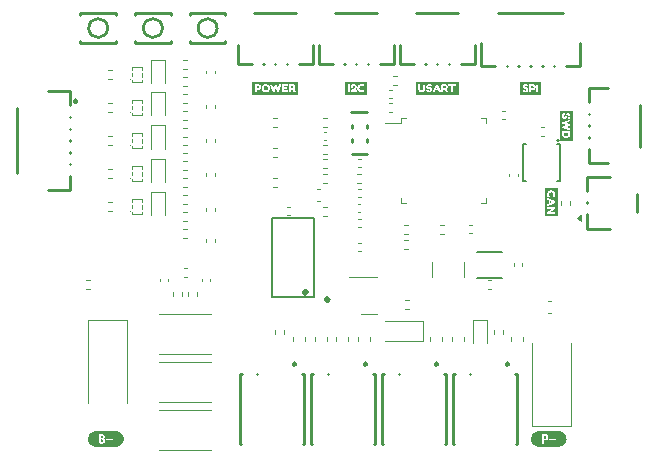
<source format=gbr>
%TF.GenerationSoftware,KiCad,Pcbnew,8.0.3-8.0.3-0~ubuntu24.04.1*%
%TF.CreationDate,2024-07-11T14:27:15+08:00*%
%TF.ProjectId,CawBMS,43617742-4d53-42e6-9b69-6361645f7063,rev?*%
%TF.SameCoordinates,Original*%
%TF.FileFunction,Legend,Top*%
%TF.FilePolarity,Positive*%
%FSLAX46Y46*%
G04 Gerber Fmt 4.6, Leading zero omitted, Abs format (unit mm)*
G04 Created by KiCad (PCBNEW 8.0.3-8.0.3-0~ubuntu24.04.1) date 2024-07-11 14:27:15*
%MOMM*%
%LPD*%
G01*
G04 APERTURE LIST*
%ADD10C,0.000000*%
%ADD11C,0.254000*%
%ADD12C,0.120000*%
%ADD13C,0.102000*%
%ADD14C,0.100000*%
%ADD15C,0.152000*%
%ADD16C,0.150000*%
%ADD17C,0.300000*%
G04 APERTURE END LIST*
D10*
%TO.C,kibuzzard-658FE679*%
G36*
X130954780Y-98645504D02*
G01*
X130982402Y-98708845D01*
X130954780Y-98771710D01*
X130898582Y-98792665D01*
X130778567Y-98792665D01*
X130778567Y-98624072D01*
X130897630Y-98624072D01*
X130954780Y-98645504D01*
G37*
G36*
X133855142Y-98645504D02*
G01*
X133882765Y-98708845D01*
X133855142Y-98771710D01*
X133799897Y-98792665D01*
X133677977Y-98792665D01*
X133677977Y-98624072D01*
X133797992Y-98624072D01*
X133855142Y-98645504D01*
G37*
G36*
X131606885Y-98628597D02*
G01*
X131664869Y-98667887D01*
X131695296Y-98706622D01*
X131713552Y-98752977D01*
X131719637Y-98806952D01*
X131713605Y-98860822D01*
X131695507Y-98906859D01*
X131665345Y-98945065D01*
X131607719Y-98983641D01*
X131543425Y-98996500D01*
X131479012Y-98983284D01*
X131421029Y-98943636D01*
X131390602Y-98904848D01*
X131372345Y-98858970D01*
X131366260Y-98806000D01*
X131372292Y-98753030D01*
X131390390Y-98707152D01*
X131420552Y-98668364D01*
X131478179Y-98628716D01*
X131542472Y-98615500D01*
X131606885Y-98628597D01*
G37*
G36*
X134256463Y-99363530D02*
G01*
X134058025Y-99363530D01*
X133949916Y-99363530D01*
X133362700Y-99363530D01*
X132574506Y-99363530D01*
X131545330Y-99363530D01*
X130693795Y-99363530D01*
X130609975Y-99363530D01*
X130411537Y-99363530D01*
X130411537Y-98539300D01*
X130609975Y-98539300D01*
X130609975Y-99067938D01*
X130615690Y-99117468D01*
X130640931Y-99143899D01*
X130693795Y-99152710D01*
X130742849Y-99146281D01*
X130768090Y-99126992D01*
X130777139Y-99101751D01*
X130778567Y-99068890D01*
X130778567Y-98961258D01*
X130897630Y-98961258D01*
X130953510Y-98954484D01*
X131008120Y-98934164D01*
X131061460Y-98900297D01*
X131096941Y-98865650D01*
X131125277Y-98820764D01*
X131128783Y-98810762D01*
X131197667Y-98810762D01*
X131204008Y-98880652D01*
X131223028Y-98945541D01*
X131254728Y-99005430D01*
X131299109Y-99060317D01*
X131352538Y-99106157D01*
X131411385Y-99138899D01*
X131475649Y-99158544D01*
X131545330Y-99165093D01*
X131614862Y-99158455D01*
X131678680Y-99138542D01*
X131736782Y-99105353D01*
X131789170Y-99058889D01*
X131832509Y-99002989D01*
X131863465Y-98941493D01*
X131882039Y-98874401D01*
X131888230Y-98801714D01*
X131881741Y-98729294D01*
X131862274Y-98663006D01*
X131829830Y-98602850D01*
X131784407Y-98548825D01*
X131749652Y-98520250D01*
X131926330Y-98520250D01*
X131936807Y-98566922D01*
X132120640Y-99095560D01*
X132127307Y-99109848D01*
X132153501Y-99138423D01*
X132203507Y-99152710D01*
X132255895Y-99130803D01*
X132271135Y-99111753D01*
X132279707Y-99095560D01*
X132284622Y-99081006D01*
X132297843Y-99041915D01*
X132319370Y-98978288D01*
X132349202Y-98890125D01*
X132387340Y-98777425D01*
X132498782Y-99106038D01*
X132525929Y-99136994D01*
X132574506Y-99152710D01*
X132623084Y-99136994D01*
X132648325Y-99111753D01*
X132654992Y-99095560D01*
X132837872Y-98566922D01*
X132844637Y-98539300D01*
X132901690Y-98539300D01*
X132901690Y-99068890D01*
X132907405Y-99117468D01*
X132932646Y-99144614D01*
X132985510Y-99153663D01*
X133362700Y-99153663D01*
X133412230Y-99147948D01*
X133438662Y-99122706D01*
X133447472Y-99069842D01*
X133441043Y-99020789D01*
X133421755Y-98995547D01*
X133396514Y-98986499D01*
X133363652Y-98985070D01*
X133070282Y-98985070D01*
X133070282Y-98888867D01*
X133256973Y-98888867D01*
X133306502Y-98883153D01*
X133333649Y-98857911D01*
X133342697Y-98805047D01*
X133336268Y-98755994D01*
X133316980Y-98730752D01*
X133291739Y-98721704D01*
X133258878Y-98720275D01*
X133070282Y-98720275D01*
X133070282Y-98624072D01*
X133362700Y-98624072D01*
X133412230Y-98618357D01*
X133438662Y-98593116D01*
X133447472Y-98540253D01*
X133447347Y-98539300D01*
X133509385Y-98539300D01*
X133509385Y-99067938D01*
X133515100Y-99117468D01*
X133540341Y-99143899D01*
X133593205Y-99152710D01*
X133642259Y-99146281D01*
X133667500Y-99126992D01*
X133676549Y-99101751D01*
X133677977Y-99068890D01*
X133677977Y-98961258D01*
X133797992Y-98961258D01*
X133827520Y-98959352D01*
X133864562Y-99047088D01*
X133889327Y-99104556D01*
X133901815Y-99131755D01*
X133919436Y-99150329D01*
X133949916Y-99159377D01*
X133998970Y-99146042D01*
X134043261Y-99118420D01*
X134058025Y-99085082D01*
X134043737Y-99035553D01*
X134017067Y-98974910D01*
X133995477Y-98925062D01*
X133978967Y-98886010D01*
X134018655Y-98835422D01*
X134042467Y-98776367D01*
X134050405Y-98708845D01*
X134044214Y-98649790D01*
X134025640Y-98596450D01*
X133997541Y-98551206D01*
X133962775Y-98516440D01*
X133909541Y-98482573D01*
X133855248Y-98462253D01*
X133799897Y-98455480D01*
X133594157Y-98455480D01*
X133545104Y-98461909D01*
X133519862Y-98481197D01*
X133510814Y-98506439D01*
X133509385Y-98539300D01*
X133447347Y-98539300D01*
X133441043Y-98491199D01*
X133421755Y-98465958D01*
X133396514Y-98456909D01*
X133363652Y-98455480D01*
X132988367Y-98455480D01*
X132919787Y-98473101D01*
X132901690Y-98539300D01*
X132844637Y-98539300D01*
X132849302Y-98520250D01*
X132833348Y-98485960D01*
X132785485Y-98459290D01*
X132740717Y-98449765D01*
X132708809Y-98459766D01*
X132691188Y-98480245D01*
X132678805Y-98512630D01*
X132574030Y-98832670D01*
X132464492Y-98502152D01*
X132437822Y-98471196D01*
X132392579Y-98455480D01*
X132353050Y-98462147D01*
X132323284Y-98483579D01*
X132304472Y-98517392D01*
X132200650Y-98830765D01*
X132095875Y-98512630D01*
X132074444Y-98465958D01*
X132040154Y-98450717D01*
X131990147Y-98460242D01*
X131942284Y-98486198D01*
X131926330Y-98520250D01*
X131749652Y-98520250D01*
X131730175Y-98504236D01*
X131671298Y-98472387D01*
X131607778Y-98453277D01*
X131539615Y-98446907D01*
X131474845Y-98453575D01*
X131411980Y-98473577D01*
X131353639Y-98505248D01*
X131302442Y-98546920D01*
X131259580Y-98599188D01*
X131226242Y-98662649D01*
X131204811Y-98734205D01*
X131197667Y-98810762D01*
X131128783Y-98810762D01*
X131143851Y-98767781D01*
X131150042Y-98708845D01*
X131143851Y-98649790D01*
X131125277Y-98596450D01*
X131096941Y-98551206D01*
X131061460Y-98516440D01*
X131008226Y-98482573D01*
X130953933Y-98462253D01*
X130898582Y-98455480D01*
X130694747Y-98455480D01*
X130645694Y-98461909D01*
X130620452Y-98481197D01*
X130611404Y-98506439D01*
X130609975Y-98539300D01*
X130411537Y-98539300D01*
X130411537Y-98248470D01*
X130609975Y-98248470D01*
X134058025Y-98248470D01*
X134256463Y-98248470D01*
X134256463Y-99363530D01*
G37*
D11*
%TO.C,Q6*%
X129388000Y-128981000D02*
X129388000Y-122987000D01*
X129449000Y-128981000D02*
X129388000Y-128981000D01*
X129569000Y-122987000D02*
X129388000Y-122987000D01*
X130839000Y-122987000D02*
X130781000Y-122987000D01*
X134772000Y-122987000D02*
X134591000Y-122987000D01*
X134772000Y-122987000D02*
X134772000Y-128981000D01*
X134772000Y-128981000D02*
X134711000Y-128981000D01*
X134102000Y-122184000D02*
G75*
G02*
X133858000Y-122184000I-122000J0D01*
G01*
X133858000Y-122184000D02*
G75*
G02*
X134102000Y-122184000I122000J0D01*
G01*
D12*
%TO.C,D12*%
X149063176Y-120386000D02*
X149063176Y-118426000D01*
X150263176Y-118426000D02*
X149063176Y-118426000D01*
X150263176Y-120386000D02*
X150263176Y-118426000D01*
%TO.C,C3*%
X151522165Y-100732000D02*
X151753835Y-100732000D01*
X151522165Y-101452000D02*
X151753835Y-101452000D01*
%TO.C,R21*%
X124516879Y-102158444D02*
X124852121Y-102158444D01*
X124516879Y-102918444D02*
X124852121Y-102918444D01*
%TO.C,R34*%
X122534936Y-126052000D02*
X126889064Y-126052000D01*
X122534936Y-129472000D02*
X126889064Y-129472000D01*
D11*
%TO.C,CN1*%
X129159000Y-96727000D02*
X129159000Y-95158000D01*
X130353000Y-96727000D02*
X129159000Y-96727000D01*
X131315000Y-96727000D02*
X131353000Y-96727000D01*
X132315000Y-96727000D02*
X132353000Y-96727000D01*
X133315000Y-96727000D02*
X133353000Y-96727000D01*
X134103000Y-92427000D02*
X130565000Y-92427000D01*
X134315000Y-96727000D02*
X135509000Y-96727000D01*
X135509000Y-96727000D02*
X135509000Y-95158000D01*
D12*
%TO.C,R27*%
X124516879Y-110745000D02*
X124852121Y-110745000D01*
X124516879Y-111505000D02*
X124852121Y-111505000D01*
%TO.C,C10*%
X126513000Y-100233665D02*
X126513000Y-100465335D01*
X127233000Y-100233665D02*
X127233000Y-100465335D01*
D11*
%TO.C,Q8*%
X141410666Y-128981000D02*
X141410666Y-122987000D01*
X141471666Y-128981000D02*
X141410666Y-128981000D01*
X141591666Y-122987000D02*
X141410666Y-122987000D01*
X142861666Y-122987000D02*
X142803666Y-122987000D01*
X146794666Y-122987000D02*
X146613666Y-122987000D01*
X146794666Y-122987000D02*
X146794666Y-128981000D01*
X146794666Y-128981000D02*
X146733666Y-128981000D01*
X146124666Y-122184000D02*
G75*
G02*
X145880666Y-122184000I-122000J0D01*
G01*
X145880666Y-122184000D02*
G75*
G02*
X146124666Y-122184000I122000J0D01*
G01*
D12*
%TO.C,R24*%
X124516879Y-106433777D02*
X124852121Y-106433777D01*
X124516879Y-107193777D02*
X124852121Y-107193777D01*
D11*
%TO.C,SW1*%
X120483500Y-92476000D02*
X123483500Y-92476000D01*
X120483500Y-92644800D02*
X120483500Y-92476000D01*
X120483500Y-94976000D02*
X120483500Y-94807100D01*
X123483500Y-92476000D02*
X120483500Y-92476000D01*
X123483500Y-92476000D02*
X123483500Y-92639100D01*
X123483500Y-94807200D02*
X123483500Y-94976000D01*
X123483500Y-94976000D02*
X120483500Y-94976000D01*
X123483500Y-94976000D02*
X120483500Y-94976000D01*
X122783600Y-93726000D02*
G75*
G02*
X121183400Y-93726000I-800100J0D01*
G01*
X121183400Y-93726000D02*
G75*
G02*
X122783600Y-93726000I800100J0D01*
G01*
D12*
%TO.C,D9*%
X116460000Y-118426000D02*
X116460000Y-125436000D01*
X119760000Y-118426000D02*
X116460000Y-118426000D01*
X119760000Y-118426000D02*
X119760000Y-125436000D01*
%TO.C,C26*%
X139378088Y-119894733D02*
X139378088Y-120187267D01*
X140398088Y-119894733D02*
X140398088Y-120187267D01*
%TO.C,R37*%
X116332379Y-115063000D02*
X116667621Y-115063000D01*
X116332379Y-115823000D02*
X116667621Y-115823000D01*
%TO.C,R40*%
X150849448Y-119658621D02*
X150849448Y-119323379D01*
X151609448Y-119658621D02*
X151609448Y-119323379D01*
%TO.C,D4*%
X121798500Y-98363000D02*
X121798500Y-96403000D01*
X122998500Y-96403000D02*
X121798500Y-96403000D01*
X122998500Y-98363000D02*
X122998500Y-96403000D01*
%TO.C,R16*%
X118196379Y-108459000D02*
X118531621Y-108459000D01*
X118196379Y-109219000D02*
X118531621Y-109219000D01*
%TO.C,C23*%
X126132000Y-114946165D02*
X126132000Y-115177835D01*
X126852000Y-114946165D02*
X126852000Y-115177835D01*
%TO.C,L2*%
X145579000Y-114775064D02*
X145579000Y-113570936D01*
X148299000Y-114775064D02*
X148299000Y-113570936D01*
%TO.C,D8*%
X121798500Y-109539000D02*
X121798500Y-107579000D01*
X122998500Y-107579000D02*
X121798500Y-107579000D01*
X122998500Y-109539000D02*
X122998500Y-107579000D01*
%TO.C,L1*%
X139353800Y-108606000D02*
X139554200Y-108606000D01*
X139353800Y-109326000D02*
X139554200Y-109326000D01*
%TO.C,D11*%
X144885000Y-118530000D02*
X141625000Y-118530000D01*
X144885000Y-120230000D02*
X141625000Y-120230000D01*
X144885000Y-120230000D02*
X144885000Y-118530000D01*
%TO.C,C18*%
X139561835Y-111908000D02*
X139330165Y-111908000D01*
X139561835Y-112628000D02*
X139330165Y-112628000D01*
%TO.C,C28*%
X155428733Y-116838000D02*
X155721267Y-116838000D01*
X155428733Y-117858000D02*
X155721267Y-117858000D01*
%TO.C,R12*%
X118196379Y-97283000D02*
X118531621Y-97283000D01*
X118196379Y-98043000D02*
X118531621Y-98043000D01*
%TO.C,R25*%
X124516879Y-107858888D02*
X124852121Y-107858888D01*
X124516879Y-108618888D02*
X124852121Y-108618888D01*
D13*
%TO.C,Q1*%
X120220500Y-97029000D02*
X120220500Y-97286000D01*
X120220500Y-97491000D02*
X120220500Y-97563000D01*
X120220500Y-97491000D02*
X120220500Y-97600000D01*
X120220500Y-97491000D02*
X120220500Y-97763000D01*
X120220500Y-98114000D02*
X120220500Y-98299000D01*
X120220500Y-98299000D02*
X121020500Y-98299000D01*
X121020500Y-97029000D02*
X120220500Y-97029000D01*
X121020500Y-97283000D02*
X121020500Y-97029000D01*
X121020500Y-97542000D02*
X121020500Y-97493000D01*
X121020500Y-97764000D02*
X121020500Y-97493000D01*
X121020500Y-97764000D02*
X121020500Y-97493000D01*
X121020500Y-97764000D02*
X121020500Y-97832000D01*
X121020500Y-98143000D02*
X121020500Y-98299000D01*
D14*
X120162500Y-98044000D02*
G75*
G02*
X120062500Y-98044000I-50000J0D01*
G01*
X120062500Y-98044000D02*
G75*
G02*
X120162500Y-98044000I50000J0D01*
G01*
D12*
%TO.C,R38*%
X136394879Y-101347000D02*
X136730121Y-101347000D01*
X136394879Y-102107000D02*
X136730121Y-102107000D01*
%TO.C,C12*%
X126513000Y-106036665D02*
X126513000Y-106268335D01*
X127233000Y-106036665D02*
X127233000Y-106268335D01*
D11*
%TO.C,CN2*%
X136017000Y-96727000D02*
X136017000Y-95158000D01*
X137211000Y-96727000D02*
X136017000Y-96727000D01*
X138173000Y-96727000D02*
X138211000Y-96727000D01*
X139173000Y-96727000D02*
X139211000Y-96727000D01*
X140173000Y-96727000D02*
X140211000Y-96727000D01*
X140961000Y-92427000D02*
X137423000Y-92427000D01*
X141173000Y-96727000D02*
X142367000Y-96727000D01*
X142367000Y-96727000D02*
X142367000Y-95158000D01*
D12*
%TO.C,C6*%
X139569835Y-107336000D02*
X139338165Y-107336000D01*
X139569835Y-108056000D02*
X139338165Y-108056000D01*
D10*
%TO.C,kibuzzard-6577EBAB*%
G36*
X146076194Y-98866960D02*
G01*
X145949511Y-98866960D01*
X146012376Y-98736468D01*
X146076194Y-98866960D01*
G37*
G36*
X146761041Y-98648361D02*
G01*
X146788664Y-98711703D01*
X146761041Y-98774568D01*
X146705796Y-98795523D01*
X146583876Y-98795523D01*
X146583876Y-98626930D01*
X146703891Y-98626930D01*
X146761041Y-98648361D01*
G37*
G36*
X147858639Y-99366388D02*
G01*
X147660201Y-99366388D01*
X147325874Y-99366388D01*
X146855815Y-99366388D01*
X146256692Y-99366388D01*
X145370391Y-99366388D01*
X144746027Y-99366388D01*
X144439799Y-99366388D01*
X144241361Y-99366388D01*
X144241361Y-98542158D01*
X144439799Y-98542158D01*
X144439799Y-98828860D01*
X144444621Y-98891011D01*
X144459087Y-98949828D01*
X144483197Y-99005311D01*
X144516951Y-99057460D01*
X144559695Y-99102228D01*
X144613630Y-99137470D01*
X144676495Y-99160330D01*
X144746027Y-99167950D01*
X144815679Y-99160449D01*
X144878901Y-99137946D01*
X144933432Y-99103299D01*
X144977009Y-99059365D01*
X145011180Y-99006501D01*
X145012431Y-99003644D01*
X145117026Y-99003644D01*
X145141791Y-99058413D01*
X145150364Y-99068890D01*
X145177986Y-99097942D01*
X145220849Y-99127945D01*
X145285619Y-99155091D01*
X145326814Y-99163307D01*
X145370391Y-99166045D01*
X145427647Y-99160436D01*
X145482575Y-99143609D01*
X145535174Y-99115563D01*
X145567347Y-99087940D01*
X145662809Y-99087940D01*
X145676620Y-99120325D01*
X145718054Y-99148900D01*
X145769012Y-99165093D01*
X145799492Y-99156044D01*
X145816637Y-99138423D01*
X145831401Y-99110800D01*
X145880931Y-99007930D01*
X146144774Y-99007930D01*
X146194304Y-99110800D01*
X146209067Y-99139375D01*
X146226212Y-99157473D01*
X146256692Y-99166045D01*
X146307651Y-99149853D01*
X146349085Y-99120563D01*
X146362896Y-99087940D01*
X146346704Y-99039363D01*
X146106121Y-98542158D01*
X146415284Y-98542158D01*
X146415284Y-99070795D01*
X146420999Y-99120325D01*
X146446240Y-99146757D01*
X146499104Y-99155568D01*
X146548158Y-99149138D01*
X146573399Y-99129850D01*
X146582447Y-99104609D01*
X146583876Y-99071748D01*
X146583876Y-98964115D01*
X146703891Y-98964115D01*
X146733419Y-98962210D01*
X146770460Y-99049946D01*
X146795225Y-99107414D01*
X146807714Y-99134613D01*
X146825335Y-99153187D01*
X146855815Y-99162235D01*
X146904869Y-99148900D01*
X146949160Y-99121278D01*
X146963924Y-99087940D01*
X146949636Y-99038410D01*
X146922966Y-98977768D01*
X146901376Y-98927920D01*
X146884866Y-98888868D01*
X146924554Y-98838279D01*
X146948366Y-98779224D01*
X146956304Y-98711703D01*
X146950112Y-98652648D01*
X146931539Y-98599308D01*
X146903440Y-98554064D01*
X146875341Y-98525965D01*
X146992499Y-98525965D01*
X146997261Y-98565970D01*
X147016311Y-98588354D01*
X147061079Y-98595498D01*
X147243959Y-98595498D01*
X147243959Y-99073653D01*
X147245387Y-99106514D01*
X147253960Y-99131279D01*
X147278725Y-99150805D01*
X147325874Y-99156520D01*
X147373499Y-99150805D01*
X147398740Y-99131279D01*
X147407313Y-99106990D01*
X147408741Y-99074605D01*
X147408741Y-98595498D01*
X147590669Y-98595498D01*
X147639246Y-98586925D01*
X147655439Y-98566446D01*
X147660201Y-98526918D01*
X147655439Y-98486913D01*
X147636389Y-98464529D01*
X147591621Y-98457385D01*
X147062031Y-98457385D01*
X147013454Y-98465958D01*
X146997261Y-98486436D01*
X146992499Y-98525965D01*
X146875341Y-98525965D01*
X146868674Y-98519298D01*
X146815440Y-98485431D01*
X146761147Y-98465111D01*
X146705796Y-98458338D01*
X146500056Y-98458338D01*
X146451002Y-98464767D01*
X146425761Y-98484055D01*
X146416712Y-98509296D01*
X146415284Y-98542158D01*
X146106121Y-98542158D01*
X146089529Y-98507868D01*
X146058096Y-98470720D01*
X146013329Y-98458338D01*
X145968085Y-98471673D01*
X145936176Y-98506915D01*
X145679001Y-99039363D01*
X145662809Y-99087940D01*
X145567347Y-99087940D01*
X145571369Y-99084487D01*
X145599944Y-99042697D01*
X145618517Y-98991857D01*
X145624709Y-98933635D01*
X145618637Y-98876604D01*
X145600420Y-98829336D01*
X145573155Y-98793261D01*
X145539936Y-98769805D01*
X145502074Y-98753970D01*
X145460879Y-98740754D01*
X145419683Y-98730396D01*
X145381821Y-98723133D01*
X145321337Y-98701225D01*
X145297049Y-98658839D01*
X145317527Y-98617881D01*
X145368962Y-98603118D01*
X145419921Y-98615500D01*
X145434685Y-98627883D01*
X145445639Y-98637408D01*
X145495169Y-98656458D01*
X145528982Y-98644552D01*
X145561844Y-98608833D01*
X145584704Y-98556445D01*
X145555176Y-98509773D01*
X145531364Y-98491675D01*
X145466117Y-98461671D01*
X145416468Y-98450599D01*
X145361819Y-98446908D01*
X145295091Y-98453840D01*
X145238417Y-98474636D01*
X145191797Y-98509296D01*
X145157137Y-98553270D01*
X145136341Y-98602006D01*
X145129409Y-98655505D01*
X145135481Y-98712060D01*
X145153697Y-98759804D01*
X145180963Y-98797309D01*
X145214181Y-98823145D01*
X145251805Y-98841838D01*
X145292286Y-98857911D01*
X145332767Y-98870651D01*
X145370391Y-98879343D01*
X145430875Y-98900774D01*
X145455164Y-98937445D01*
X145445321Y-98977662D01*
X145415794Y-99001792D01*
X145366581Y-99009835D01*
X145320861Y-98995071D01*
X145282761Y-98964115D01*
X145240375Y-98928396D01*
X145208466Y-98916490D01*
X145157984Y-98939350D01*
X145127266Y-98975426D01*
X145117026Y-99003644D01*
X145012431Y-99003644D01*
X145035587Y-98950780D01*
X145050232Y-98892201D01*
X145055114Y-98830765D01*
X145055114Y-98543110D01*
X145049399Y-98493580D01*
X145037016Y-98473578D01*
X145012251Y-98462148D01*
X144968912Y-98457385D01*
X144923669Y-98463100D01*
X144896046Y-98484055D01*
X144886521Y-98536443D01*
X144886521Y-98827908D01*
X144877949Y-98891487D01*
X144852231Y-98946970D01*
X144809131Y-98985546D01*
X144748409Y-98998405D01*
X144680781Y-98982213D01*
X144637919Y-98939350D01*
X144616487Y-98885534D01*
X144609344Y-98828860D01*
X144609344Y-98543110D01*
X144597914Y-98483103D01*
X144573149Y-98463100D01*
X144524571Y-98457385D01*
X144475994Y-98463100D01*
X144450276Y-98483103D01*
X144441227Y-98508344D01*
X144439799Y-98542158D01*
X144241361Y-98542158D01*
X144241361Y-98248470D01*
X144439799Y-98248470D01*
X147660201Y-98248470D01*
X147858639Y-98248470D01*
X147858639Y-99366388D01*
G37*
D12*
%TO.C,R28*%
X136730121Y-106046000D02*
X136394879Y-106046000D01*
X136730121Y-106806000D02*
X136394879Y-106806000D01*
%TO.C,R5*%
X143550621Y-111634000D02*
X143215379Y-111634000D01*
X143550621Y-112394000D02*
X143215379Y-112394000D01*
%TO.C,C27*%
X152315720Y-120187267D02*
X152315720Y-119894733D01*
X153335720Y-120187267D02*
X153335720Y-119894733D01*
D11*
%TO.C,Q9*%
X147422000Y-128981000D02*
X147422000Y-122987000D01*
X147483000Y-128981000D02*
X147422000Y-128981000D01*
X147603000Y-122987000D02*
X147422000Y-122987000D01*
X148873000Y-122987000D02*
X148815000Y-122987000D01*
X152806000Y-122987000D02*
X152625000Y-122987000D01*
X152806000Y-122987000D02*
X152806000Y-128981000D01*
X152806000Y-128981000D02*
X152745000Y-128981000D01*
X152136000Y-122184000D02*
G75*
G02*
X151892000Y-122184000I-122000J0D01*
G01*
X151892000Y-122184000D02*
G75*
G02*
X152136000Y-122184000I122000J0D01*
G01*
D13*
%TO.C,Q2*%
X120220500Y-99823000D02*
X120220500Y-100080000D01*
X120220500Y-100285000D02*
X120220500Y-100357000D01*
X120220500Y-100285000D02*
X120220500Y-100394000D01*
X120220500Y-100285000D02*
X120220500Y-100557000D01*
X120220500Y-100908000D02*
X120220500Y-101093000D01*
X120220500Y-101093000D02*
X121020500Y-101093000D01*
X121020500Y-99823000D02*
X120220500Y-99823000D01*
X121020500Y-100077000D02*
X121020500Y-99823000D01*
X121020500Y-100336000D02*
X121020500Y-100287000D01*
X121020500Y-100558000D02*
X121020500Y-100287000D01*
X121020500Y-100558000D02*
X121020500Y-100287000D01*
X121020500Y-100558000D02*
X121020500Y-100626000D01*
X121020500Y-100937000D02*
X121020500Y-101093000D01*
D14*
X120162500Y-100838000D02*
G75*
G02*
X120062500Y-100838000I-50000J0D01*
G01*
X120062500Y-100838000D02*
G75*
G02*
X120162500Y-100838000I50000J0D01*
G01*
D12*
%TO.C,C5*%
X154824165Y-102129000D02*
X155055835Y-102129000D01*
X154824165Y-102849000D02*
X155055835Y-102849000D01*
D11*
%TO.C,SW2*%
X125119000Y-92476000D02*
X128119000Y-92476000D01*
X125119000Y-92476000D02*
X128119000Y-92476000D01*
X125119000Y-92644800D02*
X125119000Y-92476000D01*
X125119000Y-94976000D02*
X125119000Y-94812900D01*
X125119000Y-94976000D02*
X128119000Y-94976000D01*
X128119000Y-92476000D02*
X128119000Y-92644900D01*
X128119000Y-94807200D02*
X128119000Y-94976000D01*
X128119000Y-94976000D02*
X125119000Y-94976000D01*
X127419100Y-93726000D02*
G75*
G02*
X125818900Y-93726000I-800100J0D01*
G01*
X125818900Y-93726000D02*
G75*
G02*
X127419100Y-93726000I800100J0D01*
G01*
D12*
%TO.C,R20*%
X124516879Y-100733333D02*
X124852121Y-100733333D01*
X124516879Y-101493333D02*
X124852121Y-101493333D01*
%TO.C,D10*%
X154052000Y-127401000D02*
X154052000Y-120391000D01*
X154052000Y-127401000D02*
X157352000Y-127401000D01*
X157352000Y-127401000D02*
X157352000Y-120391000D01*
D11*
%TO.C,CN3*%
X149733000Y-96901000D02*
X149733000Y-95030000D01*
X150975000Y-96901000D02*
X149733000Y-96901000D01*
X151187000Y-92456000D02*
X156725000Y-92456000D01*
X151975000Y-96901000D02*
X151937000Y-96901000D01*
X152975000Y-96901000D02*
X152937000Y-96901000D01*
X153975000Y-96901000D02*
X153937000Y-96901000D01*
X154975000Y-96901000D02*
X154937000Y-96901000D01*
X155975000Y-96901000D02*
X155937000Y-96901000D01*
X158179000Y-96901000D02*
X156937000Y-96901000D01*
X158179000Y-96901000D02*
X158179000Y-95030000D01*
D13*
%TO.C,Q5*%
X120220500Y-108205000D02*
X120220500Y-108462000D01*
X120220500Y-108667000D02*
X120220500Y-108739000D01*
X120220500Y-108667000D02*
X120220500Y-108776000D01*
X120220500Y-108667000D02*
X120220500Y-108939000D01*
X120220500Y-109290000D02*
X120220500Y-109475000D01*
X120220500Y-109475000D02*
X121020500Y-109475000D01*
X121020500Y-108205000D02*
X120220500Y-108205000D01*
X121020500Y-108459000D02*
X121020500Y-108205000D01*
X121020500Y-108718000D02*
X121020500Y-108669000D01*
X121020500Y-108940000D02*
X121020500Y-108669000D01*
X121020500Y-108940000D02*
X121020500Y-108669000D01*
X121020500Y-108940000D02*
X121020500Y-109008000D01*
X121020500Y-109319000D02*
X121020500Y-109475000D01*
D14*
X120162500Y-109220000D02*
G75*
G02*
X120062500Y-109220000I-50000J0D01*
G01*
X120062500Y-109220000D02*
G75*
G02*
X120162500Y-109220000I50000J0D01*
G01*
D12*
%TO.C,C11*%
X126513000Y-103135165D02*
X126513000Y-103366835D01*
X127233000Y-103135165D02*
X127233000Y-103366835D01*
%TO.C,D7*%
X121798500Y-106733750D02*
X121798500Y-104773750D01*
X122998500Y-104773750D02*
X121798500Y-104773750D01*
X122998500Y-106733750D02*
X122998500Y-104773750D01*
D13*
%TO.C,Q3*%
X120220500Y-102617000D02*
X120220500Y-102874000D01*
X120220500Y-103079000D02*
X120220500Y-103151000D01*
X120220500Y-103079000D02*
X120220500Y-103188000D01*
X120220500Y-103079000D02*
X120220500Y-103351000D01*
X120220500Y-103702000D02*
X120220500Y-103887000D01*
X120220500Y-103887000D02*
X121020500Y-103887000D01*
X121020500Y-102617000D02*
X120220500Y-102617000D01*
X121020500Y-102871000D02*
X121020500Y-102617000D01*
X121020500Y-103130000D02*
X121020500Y-103081000D01*
X121020500Y-103352000D02*
X121020500Y-103081000D01*
X121020500Y-103352000D02*
X121020500Y-103081000D01*
X121020500Y-103352000D02*
X121020500Y-103420000D01*
X121020500Y-103731000D02*
X121020500Y-103887000D01*
D14*
X120162500Y-103632000D02*
G75*
G02*
X120062500Y-103632000I-50000J0D01*
G01*
X120062500Y-103632000D02*
G75*
G02*
X120162500Y-103632000I50000J0D01*
G01*
D12*
%TO.C,R39*%
X143677621Y-116714000D02*
X143342379Y-116714000D01*
X143677621Y-117474000D02*
X143342379Y-117474000D01*
D11*
%TO.C,U5*%
X158701000Y-109480000D02*
X158701000Y-110700000D01*
X158701000Y-110700000D02*
X160670000Y-110700000D01*
X158750000Y-106300000D02*
X160669000Y-106300000D01*
X158750000Y-106519000D02*
X158750000Y-106481000D01*
X158750000Y-107519000D02*
X158750000Y-106300000D01*
X158750000Y-107519000D02*
X158750000Y-107481000D01*
X158750000Y-108519000D02*
X158750000Y-108481000D01*
X163001000Y-107731000D02*
X163001000Y-109269000D01*
D12*
X158242000Y-110064000D02*
X157861000Y-109810000D01*
X158242000Y-109556000D01*
X158242000Y-110064000D01*
G36*
X158242000Y-110064000D02*
G01*
X157861000Y-109810000D01*
X158242000Y-109556000D01*
X158242000Y-110064000D01*
G37*
D15*
%TO.C,U2*%
X153308000Y-103551000D02*
X153308000Y-106703000D01*
X153308000Y-106703000D02*
X153544000Y-106703000D01*
X153544000Y-103551000D02*
X153308000Y-103551000D01*
X156225000Y-103551000D02*
X156460000Y-103551000D01*
X156460000Y-103551000D02*
X156460000Y-106703000D01*
X156460000Y-106703000D02*
X156225000Y-106703000D01*
D16*
X156356000Y-103222000D02*
G75*
G02*
X156206000Y-103222000I-75000J0D01*
G01*
X156206000Y-103222000D02*
G75*
G02*
X156356000Y-103222000I75000J0D01*
G01*
D12*
%TO.C,R29*%
X136730121Y-104776000D02*
X136394879Y-104776000D01*
X136730121Y-105536000D02*
X136394879Y-105536000D01*
%TO.C,D5*%
X121798500Y-101123250D02*
X121798500Y-99163250D01*
X122998500Y-99163250D02*
X121798500Y-99163250D01*
X122998500Y-101123250D02*
X122998500Y-99163250D01*
%TO.C,R35*%
X124969000Y-116372621D02*
X124969000Y-116037379D01*
X125729000Y-116372621D02*
X125729000Y-116037379D01*
%TO.C,C2*%
X148959835Y-110384000D02*
X148728165Y-110384000D01*
X148959835Y-111104000D02*
X148728165Y-111104000D01*
D13*
%TO.C,Q4*%
X120220500Y-105411000D02*
X120220500Y-105668000D01*
X120220500Y-105873000D02*
X120220500Y-105945000D01*
X120220500Y-105873000D02*
X120220500Y-105982000D01*
X120220500Y-105873000D02*
X120220500Y-106145000D01*
X120220500Y-106496000D02*
X120220500Y-106681000D01*
X120220500Y-106681000D02*
X121020500Y-106681000D01*
X121020500Y-105411000D02*
X120220500Y-105411000D01*
X121020500Y-105665000D02*
X121020500Y-105411000D01*
X121020500Y-105924000D02*
X121020500Y-105875000D01*
X121020500Y-106146000D02*
X121020500Y-105875000D01*
X121020500Y-106146000D02*
X121020500Y-105875000D01*
X121020500Y-106146000D02*
X121020500Y-106214000D01*
X121020500Y-106525000D02*
X121020500Y-106681000D01*
D14*
X120162500Y-106426000D02*
G75*
G02*
X120062500Y-106426000I-50000J0D01*
G01*
X120062500Y-106426000D02*
G75*
G02*
X120162500Y-106426000I50000J0D01*
G01*
D12*
%TO.C,R6*%
X156540000Y-108667621D02*
X156540000Y-108332379D01*
X157300000Y-108667621D02*
X157300000Y-108332379D01*
%TO.C,R19*%
X124516879Y-99308222D02*
X124852121Y-99308222D01*
X124516879Y-100068222D02*
X124852121Y-100068222D01*
D10*
%TO.C,kibuzzard-6577EC0F*%
G36*
X157151546Y-102697280D02*
G01*
X157138568Y-102765027D01*
X157099635Y-102823486D01*
X157041413Y-102863848D01*
X156970571Y-102877303D01*
X156899967Y-102863491D01*
X156842460Y-102822058D01*
X156804241Y-102763479D01*
X156791501Y-102698233D01*
X156791501Y-102605840D01*
X157151546Y-102605840D01*
X157151546Y-102697280D01*
G37*
G36*
X157530006Y-100916105D02*
G01*
X157530006Y-103045895D01*
X157530006Y-103244333D01*
X156413994Y-103244333D01*
X156413994Y-103045895D01*
X156413994Y-102695375D01*
X156413994Y-102521068D01*
X156622909Y-102521068D01*
X156622909Y-102695375D01*
X156629398Y-102765533D01*
X156648864Y-102830273D01*
X156681309Y-102889596D01*
X156726731Y-102943501D01*
X156781232Y-102988299D01*
X156840912Y-103020297D01*
X156905771Y-103039495D01*
X156975810Y-103045895D01*
X157045581Y-103039347D01*
X157109636Y-103019701D01*
X157167977Y-102986959D01*
X157220602Y-102941120D01*
X157264150Y-102886649D01*
X157295255Y-102828011D01*
X157313918Y-102765205D01*
X157320139Y-102698233D01*
X157321091Y-102522020D01*
X157314662Y-102472966D01*
X157295374Y-102447725D01*
X157270609Y-102438676D01*
X157237271Y-102437248D01*
X156707681Y-102437248D01*
X156646721Y-102448677D01*
X156628862Y-102473919D01*
X156622909Y-102521068D01*
X156413994Y-102521068D01*
X156413994Y-102110064D01*
X156413994Y-101739065D01*
X156622909Y-101739065D01*
X156644816Y-101791452D01*
X156663866Y-101806692D01*
X156680059Y-101815265D01*
X156694613Y-101820180D01*
X156733704Y-101833401D01*
X156797331Y-101854927D01*
X156885494Y-101884759D01*
X156998194Y-101922898D01*
X156669581Y-102034340D01*
X156638625Y-102061486D01*
X156622909Y-102110064D01*
X156638625Y-102158641D01*
X156663866Y-102183882D01*
X156680059Y-102190550D01*
X157208696Y-102373430D01*
X157255369Y-102384860D01*
X157289659Y-102368906D01*
X157316329Y-102321042D01*
X157325854Y-102276275D01*
X157315853Y-102244366D01*
X157295374Y-102226745D01*
X157262989Y-102214362D01*
X156942949Y-102109587D01*
X157273466Y-102000050D01*
X157304423Y-101973380D01*
X157320139Y-101928136D01*
X157313471Y-101888607D01*
X157292040Y-101858842D01*
X157258226Y-101840030D01*
X156944854Y-101736208D01*
X157262989Y-101631432D01*
X157309661Y-101610001D01*
X157324901Y-101575711D01*
X157315376Y-101525705D01*
X157289421Y-101477842D01*
X157255369Y-101461887D01*
X157208696Y-101472365D01*
X156680059Y-101656197D01*
X156665771Y-101662865D01*
X156637196Y-101689059D01*
X156622909Y-101739065D01*
X156413994Y-101739065D01*
X156413994Y-101169470D01*
X156612431Y-101169470D01*
X156618040Y-101226726D01*
X156634868Y-101281653D01*
X156662914Y-101334252D01*
X156693989Y-101370447D01*
X156735780Y-101399022D01*
X156786620Y-101417596D01*
X156844841Y-101423787D01*
X156901872Y-101417715D01*
X156949140Y-101399499D01*
X156985216Y-101372233D01*
X157008671Y-101339015D01*
X157024507Y-101301153D01*
X157037723Y-101259957D01*
X157048081Y-101218762D01*
X157055344Y-101180900D01*
X157077251Y-101120416D01*
X157119638Y-101096127D01*
X157160595Y-101116606D01*
X157175359Y-101168041D01*
X157162976Y-101219000D01*
X157150594Y-101233764D01*
X157141069Y-101244717D01*
X157122019Y-101294247D01*
X157133925Y-101328061D01*
X157169644Y-101360922D01*
X157222031Y-101383782D01*
X157268704Y-101354255D01*
X157286801Y-101330442D01*
X157316805Y-101265196D01*
X157327878Y-101215547D01*
X157331569Y-101160897D01*
X157324637Y-101094170D01*
X157303840Y-101037496D01*
X157269180Y-100990876D01*
X157225206Y-100956216D01*
X157176470Y-100935420D01*
X157122971Y-100928487D01*
X157066417Y-100934560D01*
X157018673Y-100952776D01*
X156981168Y-100980042D01*
X156955331Y-101013260D01*
X156936638Y-101050884D01*
X156920565Y-101091365D01*
X156907825Y-101131846D01*
X156899134Y-101169470D01*
X156877702Y-101229954D01*
X156841031Y-101254242D01*
X156800815Y-101244400D01*
X156776685Y-101214872D01*
X156768641Y-101165660D01*
X156783405Y-101119940D01*
X156814361Y-101081840D01*
X156850080Y-101039454D01*
X156861986Y-101007545D01*
X156839126Y-100957062D01*
X156803050Y-100926344D01*
X156774832Y-100916105D01*
X156720064Y-100940870D01*
X156709586Y-100949442D01*
X156680535Y-100977065D01*
X156650531Y-101019927D01*
X156623385Y-101084697D01*
X156615170Y-101125893D01*
X156612431Y-101169470D01*
X156413994Y-101169470D01*
X156413994Y-100916105D01*
X156413994Y-100717667D01*
X157530006Y-100717667D01*
X157530006Y-100916105D01*
G37*
D12*
%TO.C,L3*%
X135665544Y-119869733D02*
X135665544Y-120212267D01*
X136685544Y-119869733D02*
X136685544Y-120212267D01*
%TO.C,C25*%
X137521816Y-120187267D02*
X137521816Y-119894733D01*
X138541816Y-120187267D02*
X138541816Y-119894733D01*
%TO.C,L4*%
X133809272Y-119869733D02*
X133809272Y-120212267D01*
X134829272Y-119869733D02*
X134829272Y-120212267D01*
%TO.C,C1*%
X142236835Y-100105000D02*
X142005165Y-100105000D01*
X142236835Y-100825000D02*
X142005165Y-100825000D01*
%TO.C,R22*%
X124516879Y-103583555D02*
X124852121Y-103583555D01*
X124516879Y-104343555D02*
X124852121Y-104343555D01*
%TO.C,C7*%
X152167000Y-106287835D02*
X152167000Y-106056165D01*
X152887000Y-106287835D02*
X152887000Y-106056165D01*
%TO.C,C9*%
X126513000Y-97332165D02*
X126513000Y-97563835D01*
X127233000Y-97332165D02*
X127233000Y-97563835D01*
D11*
%TO.C,CN5*%
X158924000Y-98814000D02*
X160493000Y-98814000D01*
X158924000Y-100008000D02*
X158924000Y-98814000D01*
X158924000Y-100970000D02*
X158924000Y-101008000D01*
X158924000Y-101970000D02*
X158924000Y-102008000D01*
X158924000Y-102970000D02*
X158924000Y-103008000D01*
X158924000Y-103970000D02*
X158924000Y-105164000D01*
X158924000Y-105164000D02*
X160493000Y-105164000D01*
X163224000Y-103758000D02*
X163224000Y-100220000D01*
D12*
%TO.C,C4*%
X142236835Y-98962000D02*
X142005165Y-98962000D01*
X142236835Y-99682000D02*
X142005165Y-99682000D01*
%TO.C,C22*%
X124606165Y-114075000D02*
X124837835Y-114075000D01*
X124606165Y-114795000D02*
X124837835Y-114795000D01*
%TO.C,R31*%
X123699000Y-116372621D02*
X123699000Y-116037379D01*
X124459000Y-116372621D02*
X124459000Y-116037379D01*
%TO.C,R15*%
X118196379Y-105665000D02*
X118531621Y-105665000D01*
X118196379Y-106425000D02*
X118531621Y-106425000D01*
%TO.C,R33*%
X122534936Y-121988000D02*
X126889064Y-121988000D01*
X122534936Y-125408000D02*
X126889064Y-125408000D01*
%TO.C,R9*%
X132166379Y-103882200D02*
X132501621Y-103882200D01*
X132166379Y-104642200D02*
X132501621Y-104642200D01*
%TO.C,C21*%
X122576000Y-115177835D02*
X122576000Y-114946165D01*
X123296000Y-115177835D02*
X123296000Y-114946165D01*
D10*
%TO.C,kibuzzard-65829086*%
G36*
X155214409Y-128245524D02*
G01*
X155258065Y-128266955D01*
X155286164Y-128305531D01*
X155295530Y-128364110D01*
X155286005Y-128425864D01*
X155257430Y-128466345D01*
X155210123Y-128488729D01*
X155144400Y-128496190D01*
X155080900Y-128496190D01*
X155080900Y-128242190D01*
X155119635Y-128239015D01*
X155158370Y-128238380D01*
X155214409Y-128245524D01*
G37*
G36*
X156404790Y-127841095D02*
G01*
X156469061Y-127850629D01*
X156532089Y-127866416D01*
X156593265Y-127888306D01*
X156652002Y-127916086D01*
X156707733Y-127949490D01*
X156759921Y-127988195D01*
X156808064Y-128031829D01*
X156851698Y-128079972D01*
X156890404Y-128132161D01*
X156923808Y-128187891D01*
X156951588Y-128246628D01*
X156973477Y-128307804D01*
X156989265Y-128370832D01*
X156998798Y-128435104D01*
X157001987Y-128500000D01*
X156998798Y-128564896D01*
X156989265Y-128629168D01*
X156973477Y-128692196D01*
X156951588Y-128753372D01*
X156923808Y-128812109D01*
X156890404Y-128867839D01*
X156851698Y-128920028D01*
X156808064Y-128968171D01*
X156759921Y-129011805D01*
X156707733Y-129050510D01*
X156652002Y-129083914D01*
X156593265Y-129111694D01*
X156532089Y-129133584D01*
X156469061Y-129149371D01*
X156404790Y-129158905D01*
X156339893Y-129162093D01*
X156075310Y-129162093D01*
X155875920Y-129162093D01*
X155080900Y-129162093D01*
X154924690Y-129162093D01*
X154660107Y-129162093D01*
X154595210Y-129158905D01*
X154530939Y-129149371D01*
X154467911Y-129133584D01*
X154406735Y-129111694D01*
X154347998Y-129083914D01*
X154292267Y-129050510D01*
X154240079Y-129011805D01*
X154191936Y-128968171D01*
X154148302Y-128920028D01*
X154109596Y-128867839D01*
X154076192Y-128812109D01*
X154048412Y-128753372D01*
X154026523Y-128692196D01*
X154010735Y-128629168D01*
X154001202Y-128564896D01*
X153998013Y-128500000D01*
X154001202Y-128435104D01*
X154010735Y-128370832D01*
X154026523Y-128307804D01*
X154048412Y-128246628D01*
X154076192Y-128187891D01*
X154109596Y-128132161D01*
X154117473Y-128121540D01*
X154924690Y-128121540D01*
X154924690Y-128897510D01*
X155080900Y-128897510D01*
X155080900Y-128632080D01*
X155136780Y-128632080D01*
X155230689Y-128625095D01*
X155309218Y-128604140D01*
X155372365Y-128569215D01*
X155418579Y-128518627D01*
X155426181Y-128500000D01*
X155541910Y-128500000D01*
X155541910Y-128628270D01*
X155741300Y-128628270D01*
X155741300Y-128849250D01*
X155875920Y-128849250D01*
X155875920Y-128628270D01*
X156075310Y-128628270D01*
X156075310Y-128500000D01*
X155875920Y-128500000D01*
X155875920Y-128279020D01*
X155741300Y-128279020D01*
X155741300Y-128500000D01*
X155541910Y-128500000D01*
X155426181Y-128500000D01*
X155446307Y-128450682D01*
X155455550Y-128365380D01*
X155446378Y-128280925D01*
X155418861Y-128213827D01*
X155373000Y-128164085D01*
X155310488Y-128129866D01*
X155233018Y-128109334D01*
X155140590Y-128102490D01*
X155091060Y-128103760D01*
X155033910Y-128106935D01*
X154976125Y-128112650D01*
X154924690Y-128121540D01*
X154117473Y-128121540D01*
X154148302Y-128079972D01*
X154191936Y-128031829D01*
X154240079Y-127988195D01*
X154292267Y-127949490D01*
X154347998Y-127916086D01*
X154406735Y-127888306D01*
X154467911Y-127866416D01*
X154530939Y-127850629D01*
X154595210Y-127841095D01*
X154660107Y-127837907D01*
X154924690Y-127837907D01*
X156075310Y-127837907D01*
X156339893Y-127837907D01*
X156404790Y-127841095D01*
G37*
%TO.C,kibuzzard-6577EC47*%
G36*
X155774390Y-108445141D02*
G01*
X155643897Y-108508959D01*
X155643897Y-108382276D01*
X155774390Y-108445141D01*
G37*
G36*
X156257625Y-107458351D02*
G01*
X156257625Y-109457649D01*
X156257625Y-109656086D01*
X155146375Y-109656086D01*
X155146375Y-109457649D01*
X155146375Y-109372876D01*
X155146375Y-108930916D01*
X155354337Y-108930916D01*
X155360767Y-108979970D01*
X155380055Y-109005211D01*
X155404820Y-109014260D01*
X155438157Y-109015689D01*
X155751530Y-109015689D01*
X155716817Y-109042306D01*
X155671097Y-109077072D01*
X155614370Y-109119988D01*
X155546637Y-109171052D01*
X155467897Y-109230266D01*
X155378150Y-109297629D01*
X155360052Y-109321441D01*
X155354337Y-109372876D01*
X155360767Y-109421930D01*
X155380055Y-109447171D01*
X155404820Y-109456220D01*
X155438157Y-109457649D01*
X155966795Y-109457649D01*
X156015372Y-109451934D01*
X156035375Y-109440028D01*
X156046805Y-109415263D01*
X156051568Y-109371448D01*
X156045852Y-109326204D01*
X156023469Y-109299058D01*
X155970605Y-109290009D01*
X155648660Y-109290009D01*
X155683029Y-109263762D01*
X155727717Y-109230107D01*
X155782724Y-109189044D01*
X155848050Y-109140572D01*
X155923694Y-109084692D01*
X156009658Y-109021404D01*
X156034422Y-108999496D01*
X156046329Y-108976160D01*
X156051568Y-108930916D01*
X156045852Y-108884244D01*
X156023469Y-108857098D01*
X155970605Y-108848049D01*
X155439110Y-108848049D01*
X155405772Y-108849478D01*
X155380055Y-108858526D01*
X155360767Y-108883291D01*
X155354337Y-108930916D01*
X155146375Y-108930916D01*
X155146375Y-108689458D01*
X155344812Y-108689458D01*
X155361005Y-108740416D01*
X155390294Y-108781850D01*
X155422917Y-108795661D01*
X155471495Y-108779469D01*
X156002990Y-108522294D01*
X156040137Y-108490861D01*
X156052520Y-108446094D01*
X156039185Y-108400850D01*
X156003943Y-108368941D01*
X155471495Y-108111766D01*
X155422917Y-108095574D01*
X155390532Y-108109385D01*
X155361957Y-108150819D01*
X155345765Y-108201778D01*
X155354814Y-108232258D01*
X155372435Y-108249403D01*
X155400057Y-108264166D01*
X155502927Y-108313696D01*
X155502927Y-108577539D01*
X155400057Y-108627069D01*
X155371482Y-108641833D01*
X155353385Y-108658978D01*
X155344812Y-108689458D01*
X155146375Y-108689458D01*
X155146375Y-107822683D01*
X155344812Y-107822683D01*
X155348622Y-107868760D01*
X155360052Y-107916504D01*
X155384817Y-107980798D01*
X155404820Y-108013659D01*
X155428632Y-108043663D01*
X155461970Y-108056521D01*
X155515310Y-108035566D01*
X155555315Y-108002467D01*
X155568650Y-107971749D01*
X155549600Y-107926029D01*
X155537217Y-107908884D01*
X155521977Y-107871260D01*
X155514357Y-107815539D01*
X155524835Y-107753864D01*
X155556267Y-107694571D01*
X155616275Y-107645994D01*
X155656875Y-107631706D01*
X155702476Y-107626944D01*
X155748077Y-107631706D01*
X155788677Y-107645994D01*
X155847732Y-107693619D01*
X155879879Y-107754103D01*
X155890595Y-107815539D01*
X155882499Y-107875546D01*
X155858210Y-107922219D01*
X155837255Y-107970796D01*
X155850114Y-108002229D01*
X155888690Y-108037471D01*
X155941554Y-108057474D01*
X155986797Y-108032709D01*
X156003943Y-108006039D01*
X156017278Y-107983179D01*
X156045376Y-107913170D01*
X156055735Y-107867331D01*
X156059188Y-107822206D01*
X156053473Y-107759447D01*
X156036328Y-107696900D01*
X156007752Y-107634564D01*
X155977868Y-107587772D01*
X155941554Y-107546458D01*
X155896786Y-107511334D01*
X155841541Y-107483116D01*
X155777605Y-107464543D01*
X155706762Y-107458351D01*
X155635206Y-107464662D01*
X155569126Y-107483593D01*
X155511500Y-107512287D01*
X155465304Y-107547886D01*
X155427918Y-107589439D01*
X155396724Y-107635993D01*
X155372673Y-107684332D01*
X155356719Y-107731242D01*
X155347789Y-107777201D01*
X155344812Y-107822683D01*
X155146375Y-107822683D01*
X155146375Y-107458351D01*
X155146375Y-107259914D01*
X156257625Y-107259914D01*
X156257625Y-107458351D01*
G37*
D15*
%TO.C,U3*%
X151571000Y-112716000D02*
X149419000Y-112716000D01*
X151571000Y-114868000D02*
X149419000Y-114868000D01*
D12*
%TO.C,R2*%
X142326379Y-97799000D02*
X142661621Y-97799000D01*
X142326379Y-98559000D02*
X142661621Y-98559000D01*
%TO.C,U1*%
X142956000Y-101300000D02*
X142956000Y-101750000D01*
X142956000Y-101750000D02*
X141666000Y-101750000D01*
X142956000Y-108520000D02*
X142956000Y-108070000D01*
X143406000Y-101300000D02*
X142956000Y-101300000D01*
X143406000Y-108520000D02*
X142956000Y-108520000D01*
X149726000Y-101300000D02*
X150176000Y-101300000D01*
X149726000Y-108520000D02*
X150176000Y-108520000D01*
X150176000Y-101300000D02*
X150176000Y-101750000D01*
X150176000Y-108520000D02*
X150176000Y-108070000D01*
D11*
%TO.C,X1*%
X138804000Y-101906000D02*
X138804000Y-102143000D01*
X138804000Y-103105000D02*
X138804000Y-103342000D01*
X138819000Y-104377000D02*
X140119000Y-104377000D01*
X140089000Y-100871000D02*
X138789000Y-100871000D01*
X140104000Y-101906000D02*
X140104000Y-102143000D01*
X140104000Y-103105000D02*
X140104000Y-103342000D01*
D10*
%TO.C,kibuzzard-6577EBC9*%
G36*
X154194316Y-98648361D02*
G01*
X154221939Y-98711702D01*
X154194316Y-98774567D01*
X154138119Y-98795522D01*
X154018104Y-98795522D01*
X154018104Y-98626930D01*
X154137166Y-98626930D01*
X154194316Y-98648361D01*
G37*
G36*
X154818521Y-99364482D02*
G01*
X154620084Y-99364482D01*
X154535311Y-99364482D01*
X153933331Y-99364482D01*
X153533281Y-99364482D01*
X153279916Y-99364482D01*
X153081479Y-99364482D01*
X153081479Y-99003644D01*
X153279916Y-99003644D01*
X153304681Y-99058412D01*
X153313254Y-99068890D01*
X153340876Y-99097941D01*
X153383739Y-99127945D01*
X153448509Y-99155091D01*
X153489704Y-99163306D01*
X153533281Y-99166045D01*
X153590537Y-99160436D01*
X153645465Y-99143608D01*
X153698064Y-99115562D01*
X153734259Y-99084487D01*
X153762834Y-99042696D01*
X153781407Y-98991856D01*
X153787599Y-98933635D01*
X153781527Y-98876604D01*
X153763310Y-98829336D01*
X153736045Y-98793260D01*
X153702826Y-98769805D01*
X153664964Y-98753969D01*
X153623769Y-98740753D01*
X153582573Y-98730395D01*
X153544711Y-98723132D01*
X153484227Y-98701225D01*
X153459939Y-98658838D01*
X153480417Y-98617881D01*
X153531852Y-98603117D01*
X153582811Y-98615500D01*
X153597575Y-98627882D01*
X153608529Y-98637407D01*
X153658059Y-98656457D01*
X153691872Y-98644551D01*
X153724734Y-98608832D01*
X153747594Y-98556445D01*
X153738555Y-98542157D01*
X153849511Y-98542157D01*
X153849511Y-99070795D01*
X153855226Y-99120325D01*
X153880467Y-99146757D01*
X153933331Y-99155567D01*
X153982385Y-99149138D01*
X154007626Y-99129850D01*
X154016675Y-99104609D01*
X154018104Y-99071747D01*
X154018104Y-98964115D01*
X154137166Y-98964115D01*
X154193046Y-98957341D01*
X154247656Y-98937021D01*
X154300996Y-98903155D01*
X154336477Y-98868508D01*
X154364814Y-98823621D01*
X154383388Y-98770638D01*
X154389579Y-98711702D01*
X154383388Y-98652647D01*
X154364814Y-98599307D01*
X154336477Y-98554063D01*
X154324326Y-98542157D01*
X154451491Y-98542157D01*
X154451491Y-99071747D01*
X154457206Y-99120325D01*
X154482448Y-99147471D01*
X154535311Y-99156520D01*
X154584365Y-99150090D01*
X154609606Y-99130802D01*
X154618655Y-99106037D01*
X154620084Y-99072700D01*
X154620084Y-98543110D01*
X154615321Y-98493580D01*
X154589366Y-98467148D01*
X154536264Y-98458337D01*
X154487210Y-98464767D01*
X154461969Y-98484055D01*
X154452920Y-98509296D01*
X154451491Y-98542157D01*
X154324326Y-98542157D01*
X154300996Y-98519297D01*
X154247762Y-98485431D01*
X154193470Y-98465111D01*
X154138119Y-98458337D01*
X153934284Y-98458337D01*
X153885230Y-98464767D01*
X153859989Y-98484055D01*
X153850940Y-98509296D01*
X153849511Y-98542157D01*
X153738555Y-98542157D01*
X153718066Y-98509772D01*
X153694254Y-98491675D01*
X153629007Y-98461671D01*
X153579358Y-98450598D01*
X153524709Y-98446907D01*
X153457981Y-98453839D01*
X153401307Y-98474636D01*
X153354687Y-98509296D01*
X153320027Y-98553270D01*
X153299231Y-98602006D01*
X153292299Y-98655505D01*
X153298371Y-98712059D01*
X153316587Y-98759803D01*
X153343853Y-98797308D01*
X153377071Y-98823145D01*
X153414695Y-98841838D01*
X153455176Y-98857911D01*
X153495657Y-98870651D01*
X153533281Y-98879342D01*
X153593765Y-98900774D01*
X153618054Y-98937445D01*
X153608211Y-98977661D01*
X153578684Y-99001791D01*
X153529471Y-99009835D01*
X153483751Y-98995071D01*
X153445651Y-98964115D01*
X153403265Y-98928396D01*
X153371356Y-98916490D01*
X153320874Y-98939350D01*
X153290156Y-98975426D01*
X153279916Y-99003644D01*
X153081479Y-99003644D01*
X153081479Y-98248470D01*
X153279916Y-98248470D01*
X154620084Y-98248470D01*
X154818521Y-98248470D01*
X154818521Y-99364482D01*
G37*
D12*
%TO.C,R30*%
X136357379Y-108840000D02*
X136692621Y-108840000D01*
X136357379Y-109600000D02*
X136692621Y-109600000D01*
%TO.C,R26*%
X124516879Y-109284000D02*
X124852121Y-109284000D01*
X124516879Y-110044000D02*
X124852121Y-110044000D01*
D15*
%TO.C,U4*%
X132095000Y-109839000D02*
X135637000Y-109839000D01*
X132095000Y-116491000D02*
X132095000Y-109839000D01*
X135637000Y-109839000D02*
X135637000Y-116491000D01*
X135637000Y-116491000D02*
X132095000Y-116491000D01*
D17*
X135035000Y-116090000D02*
G75*
G02*
X134735000Y-116090000I-150000J0D01*
G01*
X134735000Y-116090000D02*
G75*
G02*
X135035000Y-116090000I150000J0D01*
G01*
X136887000Y-116724000D02*
G75*
G02*
X136587000Y-116724000I-150000J0D01*
G01*
X136587000Y-116724000D02*
G75*
G02*
X136887000Y-116724000I150000J0D01*
G01*
D10*
%TO.C,kibuzzard-658FE662*%
G36*
X140095287Y-99363530D02*
G01*
X139896850Y-99363530D01*
X139662059Y-99363530D01*
X139173903Y-99363530D01*
X138570970Y-99363530D01*
X138487150Y-99363530D01*
X138288713Y-99363530D01*
X138288713Y-98541205D01*
X138487150Y-98541205D01*
X138487150Y-99070795D01*
X138492865Y-99119373D01*
X138518106Y-99146519D01*
X138570970Y-99155568D01*
X138620024Y-99149138D01*
X138645265Y-99129850D01*
X138654314Y-99105085D01*
X138655742Y-99071747D01*
X138655742Y-98703130D01*
X138717655Y-98703130D01*
X138722418Y-98751708D01*
X138748373Y-98778854D01*
X138801475Y-98787903D01*
X138850052Y-98782188D01*
X138875770Y-98765043D01*
X138884819Y-98741230D01*
X138886247Y-98709798D01*
X138886247Y-98704083D01*
X138890058Y-98682175D01*
X138915299Y-98637884D01*
X138968163Y-98615500D01*
X139015788Y-98624073D01*
X139041029Y-98642646D01*
X139055793Y-98668364D01*
X139062460Y-98692653D01*
X139053530Y-98734324D01*
X139026741Y-98773615D01*
X138987332Y-98809691D01*
X138940540Y-98841719D01*
X138890058Y-98871961D01*
X138839575Y-98902679D01*
X138792783Y-98936731D01*
X138753374Y-98976974D01*
X138726585Y-99022337D01*
X138717655Y-99071747D01*
X138742420Y-99131755D01*
X138801475Y-99157473D01*
X139173903Y-99157473D01*
X139232958Y-99146043D01*
X139253436Y-99121278D01*
X139259628Y-99073176D01*
X139253913Y-99024599D01*
X139231529Y-98996976D01*
X139175808Y-98987928D01*
X139001500Y-98987928D01*
X139001500Y-98983165D01*
X139025313Y-98973640D01*
X139084368Y-98941493D01*
X139151042Y-98888868D01*
X139181999Y-98854578D01*
X139208193Y-98810763D01*
X139210914Y-98803143D01*
X139297728Y-98803143D01*
X139304038Y-98874699D01*
X139322969Y-98940779D01*
X139351663Y-98998405D01*
X139387263Y-99044601D01*
X139428815Y-99081987D01*
X139475369Y-99113181D01*
X139523708Y-99137232D01*
X139570619Y-99153186D01*
X139616577Y-99162116D01*
X139662059Y-99165093D01*
X139708136Y-99161283D01*
X139755880Y-99149853D01*
X139820174Y-99125088D01*
X139853035Y-99105085D01*
X139883039Y-99081273D01*
X139895898Y-99047935D01*
X139874942Y-98994595D01*
X139841843Y-98954590D01*
X139811125Y-98941255D01*
X139765405Y-98960305D01*
X139748260Y-98972688D01*
X139710636Y-98987928D01*
X139654915Y-98995548D01*
X139593241Y-98985070D01*
X139533948Y-98953638D01*
X139485370Y-98893630D01*
X139471083Y-98853030D01*
X139466320Y-98807429D01*
X139471083Y-98761828D01*
X139485370Y-98721228D01*
X139532995Y-98662173D01*
X139593479Y-98630026D01*
X139654915Y-98619310D01*
X139714923Y-98627406D01*
X139761595Y-98651695D01*
X139810173Y-98672650D01*
X139841605Y-98659791D01*
X139876848Y-98621215D01*
X139896850Y-98568351D01*
X139872085Y-98523108D01*
X139845415Y-98505962D01*
X139822555Y-98492628D01*
X139752546Y-98464529D01*
X139706707Y-98454170D01*
X139661583Y-98450717D01*
X139598823Y-98456432D01*
X139536276Y-98473578D01*
X139473940Y-98502153D01*
X139427148Y-98532037D01*
X139385834Y-98568351D01*
X139350710Y-98613119D01*
X139322493Y-98668364D01*
X139303919Y-98732300D01*
X139297728Y-98803143D01*
X139210914Y-98803143D01*
X139226052Y-98760756D01*
X139232005Y-98707893D01*
X139224068Y-98642435D01*
X139200255Y-98581951D01*
X139160568Y-98526441D01*
X139108127Y-98482256D01*
X139046056Y-98455745D01*
X138974354Y-98446907D01*
X138902705Y-98455639D01*
X138840792Y-98481832D01*
X138788616Y-98525489D01*
X138749193Y-98580152D01*
X138725540Y-98639365D01*
X138717655Y-98703130D01*
X138655742Y-98703130D01*
X138655742Y-98542158D01*
X138650980Y-98492628D01*
X138625024Y-98466196D01*
X138571922Y-98457385D01*
X138522869Y-98463814D01*
X138497627Y-98483103D01*
X138488579Y-98508344D01*
X138487150Y-98541205D01*
X138288713Y-98541205D01*
X138288713Y-98248470D01*
X138487150Y-98248470D01*
X139896850Y-98248470D01*
X140095287Y-98248470D01*
X140095287Y-99363530D01*
G37*
D12*
%TO.C,R32*%
X122534936Y-117924000D02*
X126889064Y-117924000D01*
X122534936Y-121344000D02*
X126889064Y-121344000D01*
%TO.C,R3*%
X139613621Y-106046000D02*
X139278379Y-106046000D01*
X139613621Y-106806000D02*
X139278379Y-106806000D01*
D10*
%TO.C,kibuzzard-6582907D*%
G36*
X117761875Y-128573025D02*
G01*
X117798070Y-128654940D01*
X117785370Y-128711455D01*
X117752985Y-128745745D01*
X117707900Y-128762255D01*
X117655830Y-128766700D01*
X117617095Y-128765430D01*
X117580900Y-128761620D01*
X117580900Y-128548260D01*
X117664720Y-128548260D01*
X117761875Y-128573025D01*
G37*
G36*
X117693930Y-128236475D02*
G01*
X117729490Y-128249175D01*
X117753620Y-128275845D01*
X117762510Y-128320930D01*
X117732030Y-128392685D01*
X117641860Y-128418720D01*
X117580900Y-128418720D01*
X117580900Y-128238380D01*
X117615190Y-128234570D01*
X117652020Y-128233300D01*
X117693930Y-128236475D01*
G37*
G36*
X118905288Y-127836039D02*
G01*
X118970052Y-127845646D01*
X119033564Y-127861555D01*
X119095210Y-127883612D01*
X119154397Y-127911606D01*
X119210555Y-127945266D01*
X119263144Y-127984268D01*
X119311656Y-128028237D01*
X119355625Y-128076750D01*
X119394628Y-128129338D01*
X119428288Y-128185497D01*
X119456281Y-128244684D01*
X119478338Y-128306330D01*
X119494247Y-128369841D01*
X119503854Y-128434606D01*
X119507067Y-128500000D01*
X119503854Y-128565394D01*
X119494247Y-128630159D01*
X119478338Y-128693670D01*
X119456281Y-128755316D01*
X119428288Y-128814503D01*
X119394628Y-128870662D01*
X119355625Y-128923250D01*
X119311656Y-128971763D01*
X119263144Y-129015732D01*
X119210555Y-129054734D01*
X119154397Y-129088394D01*
X119095210Y-129116388D01*
X119033564Y-129138445D01*
X118970052Y-129154354D01*
X118905288Y-129163961D01*
X118839893Y-129167173D01*
X118575310Y-129167173D01*
X118375920Y-129167173D01*
X117643130Y-129167173D01*
X117424690Y-129167173D01*
X117160107Y-129167173D01*
X117094712Y-129163961D01*
X117029948Y-129154354D01*
X116966436Y-129138445D01*
X116904790Y-129116388D01*
X116845603Y-129088394D01*
X116789445Y-129054734D01*
X116736856Y-129015732D01*
X116688344Y-128971763D01*
X116644375Y-128923250D01*
X116605372Y-128870662D01*
X116571712Y-128814503D01*
X116543719Y-128755316D01*
X116521662Y-128693670D01*
X116505753Y-128630159D01*
X116496146Y-128565394D01*
X116492933Y-128500000D01*
X116496146Y-128434606D01*
X116505753Y-128369841D01*
X116521662Y-128306330D01*
X116543719Y-128244684D01*
X116571712Y-128185497D01*
X116605372Y-128129338D01*
X116614923Y-128116460D01*
X117424690Y-128116460D01*
X117424690Y-128879730D01*
X117479617Y-128889731D01*
X117535180Y-128896875D01*
X117590107Y-128901161D01*
X117643130Y-128902590D01*
X117705836Y-128899574D01*
X117764415Y-128890525D01*
X117817120Y-128874333D01*
X117862205Y-128849885D01*
X117927610Y-128773685D01*
X117945707Y-128720186D01*
X117951740Y-128654940D01*
X117944596Y-128601600D01*
X117923165Y-128550800D01*
X117881731Y-128506350D01*
X117859347Y-128494920D01*
X118041910Y-128494920D01*
X118041910Y-128623190D01*
X118241300Y-128623190D01*
X118241300Y-128844170D01*
X118375920Y-128844170D01*
X118375920Y-128623190D01*
X118575310Y-128623190D01*
X118575310Y-128494920D01*
X118375920Y-128494920D01*
X118375920Y-128273940D01*
X118241300Y-128273940D01*
X118241300Y-128494920D01*
X118041910Y-128494920D01*
X117859347Y-128494920D01*
X117814580Y-128472060D01*
X117887605Y-128403480D01*
X117908084Y-128357125D01*
X117914910Y-128304420D01*
X117903480Y-128230760D01*
X117860300Y-128164085D01*
X117772670Y-128115825D01*
X117708535Y-128102014D01*
X117627890Y-128097410D01*
X117522480Y-128103125D01*
X117424690Y-128116460D01*
X116614923Y-128116460D01*
X116644375Y-128076750D01*
X116688344Y-128028237D01*
X116736856Y-127984268D01*
X116789445Y-127945266D01*
X116845603Y-127911606D01*
X116904790Y-127883612D01*
X116966436Y-127861555D01*
X117029948Y-127845646D01*
X117094712Y-127836039D01*
X117160107Y-127832827D01*
X117424690Y-127832827D01*
X118575310Y-127832827D01*
X118839893Y-127832827D01*
X118905288Y-127836039D01*
G37*
D11*
%TO.C,Q7*%
X135399333Y-128981000D02*
X135399333Y-122987000D01*
X135460333Y-128981000D02*
X135399333Y-128981000D01*
X135580333Y-122987000D02*
X135399333Y-122987000D01*
X136850333Y-122987000D02*
X136792333Y-122987000D01*
X140783333Y-122987000D02*
X140602333Y-122987000D01*
X140783333Y-122987000D02*
X140783333Y-128981000D01*
X140783333Y-128981000D02*
X140722333Y-128981000D01*
X140113333Y-122184000D02*
G75*
G02*
X139869333Y-122184000I-122000J0D01*
G01*
X139869333Y-122184000D02*
G75*
G02*
X140113333Y-122184000I122000J0D01*
G01*
D12*
%TO.C,L5*%
X145470632Y-119869733D02*
X145470632Y-120212267D01*
X146490632Y-119869733D02*
X146490632Y-120212267D01*
%TO.C,R17*%
X124516879Y-96458000D02*
X124852121Y-96458000D01*
X124516879Y-97218000D02*
X124852121Y-97218000D01*
%TO.C,C15*%
X139338165Y-109876000D02*
X139569835Y-109876000D01*
X139338165Y-110596000D02*
X139569835Y-110596000D01*
%TO.C,R36*%
X132343000Y-119658621D02*
X132343000Y-119323379D01*
X133103000Y-119658621D02*
X133103000Y-119323379D01*
%TO.C,R1*%
X146271379Y-110364000D02*
X146606621Y-110364000D01*
X146271379Y-111124000D02*
X146606621Y-111124000D01*
D11*
%TO.C,CN4*%
X142875000Y-96727000D02*
X142875000Y-95158000D01*
X144069000Y-96727000D02*
X142875000Y-96727000D01*
X145031000Y-96727000D02*
X145069000Y-96727000D01*
X146031000Y-96727000D02*
X146069000Y-96727000D01*
X147031000Y-96727000D02*
X147069000Y-96727000D01*
X147819000Y-92427000D02*
X144281000Y-92427000D01*
X148031000Y-96727000D02*
X149225000Y-96727000D01*
X149225000Y-96727000D02*
X149225000Y-95158000D01*
D12*
%TO.C,Q10*%
X140286500Y-114772000D02*
X138611500Y-114772000D01*
X140286500Y-114772000D02*
X140936500Y-114772000D01*
X140286500Y-117892000D02*
X139636500Y-117892000D01*
X140286500Y-117892000D02*
X140936500Y-117892000D01*
%TO.C,R8*%
X136394879Y-103633000D02*
X136730121Y-103633000D01*
X136394879Y-104393000D02*
X136730121Y-104393000D01*
%TO.C,C8*%
X139569835Y-104804000D02*
X139338165Y-104804000D01*
X139569835Y-105524000D02*
X139338165Y-105524000D01*
%TO.C,C14*%
X126513000Y-111619165D02*
X126513000Y-111850835D01*
X127233000Y-111619165D02*
X127233000Y-111850835D01*
D11*
%TO.C,SW3*%
X115848000Y-92476000D02*
X118848000Y-92476000D01*
X115848000Y-92476000D02*
X118848000Y-92476000D01*
X115848000Y-92644800D02*
X115848000Y-92476000D01*
X115848000Y-94976000D02*
X115848000Y-94812900D01*
X115848000Y-94976000D02*
X118848000Y-94976000D01*
X118848000Y-92476000D02*
X118848000Y-92644900D01*
X118848000Y-94807200D02*
X118848000Y-94976000D01*
X118848000Y-94976000D02*
X115848000Y-94976000D01*
X118148100Y-93726000D02*
G75*
G02*
X116547900Y-93726000I-800100J0D01*
G01*
X116547900Y-93726000D02*
G75*
G02*
X118148100Y-93726000I800100J0D01*
G01*
D12*
%TO.C,C13*%
X126513000Y-108938165D02*
X126513000Y-109169835D01*
X127233000Y-108938165D02*
X127233000Y-109169835D01*
%TO.C,C17*%
X133592835Y-108860000D02*
X133361165Y-108860000D01*
X133592835Y-109580000D02*
X133361165Y-109580000D01*
%TO.C,C24*%
X136678335Y-102510000D02*
X136446665Y-102510000D01*
X136678335Y-103230000D02*
X136446665Y-103230000D01*
%TO.C,D6*%
X121798500Y-103928500D02*
X121798500Y-101968500D01*
X122998500Y-101968500D02*
X121798500Y-101968500D01*
X122998500Y-103928500D02*
X122998500Y-101968500D01*
%TO.C,R4*%
X143550621Y-110364000D02*
X143215379Y-110364000D01*
X143550621Y-111124000D02*
X143215379Y-111124000D01*
%TO.C,L6*%
X147326904Y-119869733D02*
X147326904Y-120212267D01*
X148346904Y-119869733D02*
X148346904Y-120212267D01*
%TO.C,R14*%
X118196379Y-102871000D02*
X118531621Y-102871000D01*
X118196379Y-103631000D02*
X118531621Y-103631000D01*
%TO.C,R10*%
X132166379Y-106425400D02*
X132501621Y-106425400D01*
X132166379Y-107185400D02*
X132501621Y-107185400D01*
%TO.C,R7*%
X132166379Y-101339000D02*
X132501621Y-101339000D01*
X132166379Y-102099000D02*
X132501621Y-102099000D01*
%TO.C,C20*%
X152548000Y-113629165D02*
X152548000Y-113860835D01*
X153268000Y-113629165D02*
X153268000Y-113860835D01*
%TO.C,R23*%
X124516879Y-105008666D02*
X124852121Y-105008666D01*
X124516879Y-105768666D02*
X124852121Y-105768666D01*
%TO.C,C19*%
X136163267Y-107313000D02*
X135870733Y-107313000D01*
X136163267Y-108333000D02*
X135870733Y-108333000D01*
%TO.C,R13*%
X118196379Y-100077000D02*
X118531621Y-100077000D01*
X118196379Y-100837000D02*
X118531621Y-100837000D01*
D11*
%TO.C,CN6*%
X110490000Y-106020000D02*
X110490000Y-100482000D01*
X114935000Y-99028000D02*
X113064000Y-99028000D01*
X114935000Y-99028000D02*
X114935000Y-100270000D01*
X114935000Y-101232000D02*
X114935000Y-101270000D01*
X114935000Y-102232000D02*
X114935000Y-102270000D01*
X114935000Y-103232000D02*
X114935000Y-103270000D01*
X114935000Y-104232000D02*
X114935000Y-104270000D01*
X114935000Y-105232000D02*
X114935000Y-105270000D01*
X114935000Y-106232000D02*
X114935000Y-107474000D01*
X114935000Y-107474000D02*
X113064000Y-107474000D01*
X115570000Y-99917000D02*
G75*
G02*
X115316000Y-99917000I-127000J0D01*
G01*
X115316000Y-99917000D02*
G75*
G02*
X115570000Y-99917000I127000J0D01*
G01*
X115570000Y-99917000D02*
G75*
G02*
X115316000Y-99917000I-127000J0D01*
G01*
X115316000Y-99917000D02*
G75*
G02*
X115570000Y-99917000I127000J0D01*
G01*
D12*
%TO.C,R18*%
X124516879Y-97883111D02*
X124852121Y-97883111D01*
X124516879Y-98643111D02*
X124852121Y-98643111D01*
%TO.C,C16*%
X150379165Y-115083000D02*
X150610835Y-115083000D01*
X150379165Y-115803000D02*
X150610835Y-115803000D01*
%TD*%
M02*

</source>
